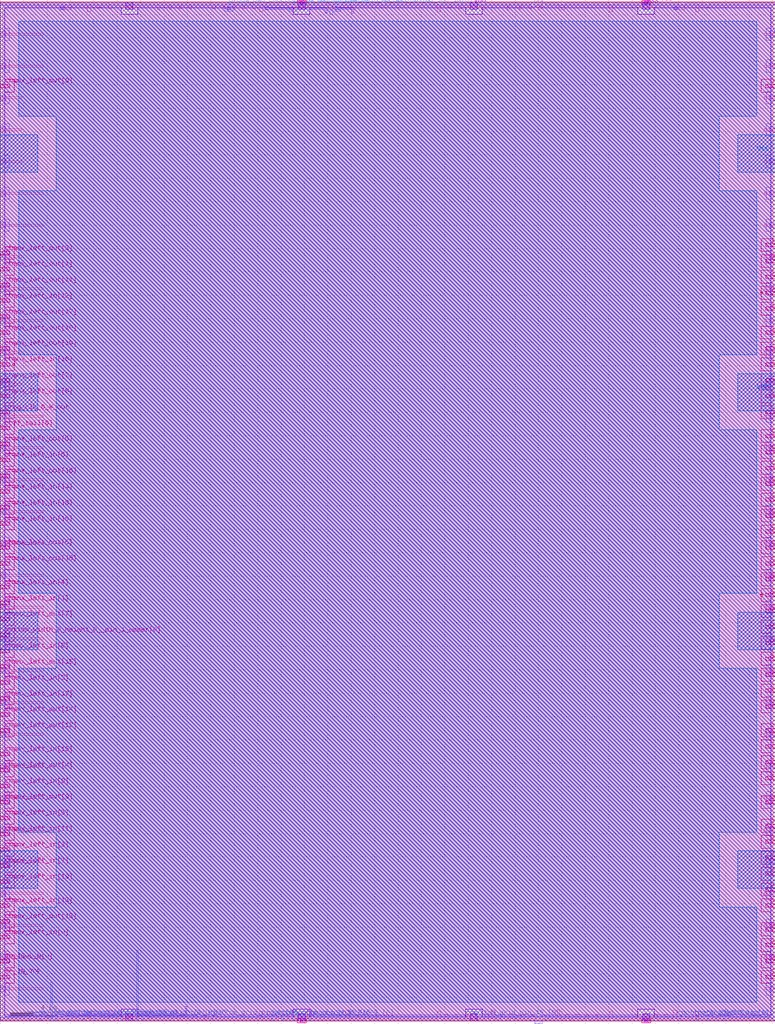
<source format=lef>
VERSION 5.7 ;
BUSBITCHARS "[]" ;

UNITS
  DATABASE MICRONS 1000 ;
END UNITS

MANUFACTURINGGRID 0.005 ;

LAYER li1
  TYPE ROUTING ;
  DIRECTION VERTICAL ;
  PITCH 0.46 ;
  WIDTH 0.17 ;
END li1

LAYER mcon
  TYPE CUT ;
END mcon

LAYER met1
  TYPE ROUTING ;
  DIRECTION HORIZONTAL ;
  PITCH 0.34 ;
  WIDTH 0.14 ;
END met1

LAYER via
  TYPE CUT ;
END via

LAYER met2
  TYPE ROUTING ;
  DIRECTION VERTICAL ;
  PITCH 0.46 ;
  WIDTH 0.14 ;
END met2

LAYER via2
  TYPE CUT ;
END via2

LAYER met3
  TYPE ROUTING ;
  DIRECTION HORIZONTAL ;
  PITCH 0.68 ;
  WIDTH 0.3 ;
END met3

LAYER via3
  TYPE CUT ;
END via3

LAYER met4
  TYPE ROUTING ;
  DIRECTION VERTICAL ;
  PITCH 0.92 ;
  WIDTH 0.3 ;
END met4

LAYER via4
  TYPE CUT ;
END via4

LAYER met5
  TYPE ROUTING ;
  DIRECTION HORIZONTAL ;
  PITCH 3.4 ;
  WIDTH 1.6 ;
END met5

LAYER nwell
  TYPE MASTERSLICE ;
END nwell

LAYER pwell
  TYPE MASTERSLICE ;
END pwell

LAYER OVERLAP
  TYPE OVERLAP ;
END OVERLAP

VIA L1M1_PR
  LAYER li1 ;
    RECT -0.085 -0.085 0.085 0.085 ;
  LAYER mcon ;
    RECT -0.085 -0.085 0.085 0.085 ;
  LAYER met1 ;
    RECT -0.145 -0.115 0.145 0.115 ;
END L1M1_PR

VIA L1M1_PR_R
  LAYER li1 ;
    RECT -0.085 -0.085 0.085 0.085 ;
  LAYER mcon ;
    RECT -0.085 -0.085 0.085 0.085 ;
  LAYER met1 ;
    RECT -0.115 -0.145 0.115 0.145 ;
END L1M1_PR_R

VIA L1M1_PR_M
  LAYER li1 ;
    RECT -0.085 -0.085 0.085 0.085 ;
  LAYER mcon ;
    RECT -0.085 -0.085 0.085 0.085 ;
  LAYER met1 ;
    RECT -0.115 -0.145 0.115 0.145 ;
END L1M1_PR_M

VIA L1M1_PR_MR
  LAYER li1 ;
    RECT -0.085 -0.085 0.085 0.085 ;
  LAYER mcon ;
    RECT -0.085 -0.085 0.085 0.085 ;
  LAYER met1 ;
    RECT -0.145 -0.115 0.145 0.115 ;
END L1M1_PR_MR

VIA L1M1_PR_C
  LAYER li1 ;
    RECT -0.085 -0.085 0.085 0.085 ;
  LAYER mcon ;
    RECT -0.085 -0.085 0.085 0.085 ;
  LAYER met1 ;
    RECT -0.145 -0.145 0.145 0.145 ;
END L1M1_PR_C

VIA M1M2_PR
  LAYER met1 ;
    RECT -0.16 -0.13 0.16 0.13 ;
  LAYER via ;
    RECT -0.075 -0.075 0.075 0.075 ;
  LAYER met2 ;
    RECT -0.13 -0.16 0.13 0.16 ;
END M1M2_PR

VIA M1M2_PR_Enc
  LAYER met1 ;
    RECT -0.16 -0.13 0.16 0.13 ;
  LAYER via ;
    RECT -0.075 -0.075 0.075 0.075 ;
  LAYER met2 ;
    RECT -0.16 -0.13 0.16 0.13 ;
END M1M2_PR_Enc

VIA M1M2_PR_R
  LAYER met1 ;
    RECT -0.13 -0.16 0.13 0.16 ;
  LAYER via ;
    RECT -0.075 -0.075 0.075 0.075 ;
  LAYER met2 ;
    RECT -0.16 -0.13 0.16 0.13 ;
END M1M2_PR_R

VIA M1M2_PR_R_Enc
  LAYER met1 ;
    RECT -0.13 -0.16 0.13 0.16 ;
  LAYER via ;
    RECT -0.075 -0.075 0.075 0.075 ;
  LAYER met2 ;
    RECT -0.13 -0.16 0.13 0.16 ;
END M1M2_PR_R_Enc

VIA M1M2_PR_M
  LAYER met1 ;
    RECT -0.16 -0.13 0.16 0.13 ;
  LAYER via ;
    RECT -0.075 -0.075 0.075 0.075 ;
  LAYER met2 ;
    RECT -0.16 -0.13 0.16 0.13 ;
END M1M2_PR_M

VIA M1M2_PR_M_Enc
  LAYER met1 ;
    RECT -0.16 -0.13 0.16 0.13 ;
  LAYER via ;
    RECT -0.075 -0.075 0.075 0.075 ;
  LAYER met2 ;
    RECT -0.13 -0.16 0.13 0.16 ;
END M1M2_PR_M_Enc

VIA M1M2_PR_MR
  LAYER met1 ;
    RECT -0.13 -0.16 0.13 0.16 ;
  LAYER via ;
    RECT -0.075 -0.075 0.075 0.075 ;
  LAYER met2 ;
    RECT -0.13 -0.16 0.13 0.16 ;
END M1M2_PR_MR

VIA M1M2_PR_MR_Enc
  LAYER met1 ;
    RECT -0.13 -0.16 0.13 0.16 ;
  LAYER via ;
    RECT -0.075 -0.075 0.075 0.075 ;
  LAYER met2 ;
    RECT -0.16 -0.13 0.16 0.13 ;
END M1M2_PR_MR_Enc

VIA M1M2_PR_C
  LAYER met1 ;
    RECT -0.16 -0.16 0.16 0.16 ;
  LAYER via ;
    RECT -0.075 -0.075 0.075 0.075 ;
  LAYER met2 ;
    RECT -0.16 -0.16 0.16 0.16 ;
END M1M2_PR_C

VIA M2M3_PR
  LAYER met2 ;
    RECT -0.14 -0.185 0.14 0.185 ;
  LAYER via2 ;
    RECT -0.1 -0.1 0.1 0.1 ;
  LAYER met3 ;
    RECT -0.165 -0.165 0.165 0.165 ;
END M2M3_PR

VIA M2M3_PR_R
  LAYER met2 ;
    RECT -0.185 -0.14 0.185 0.14 ;
  LAYER via2 ;
    RECT -0.1 -0.1 0.1 0.1 ;
  LAYER met3 ;
    RECT -0.165 -0.165 0.165 0.165 ;
END M2M3_PR_R

VIA M2M3_PR_M
  LAYER met2 ;
    RECT -0.14 -0.185 0.14 0.185 ;
  LAYER via2 ;
    RECT -0.1 -0.1 0.1 0.1 ;
  LAYER met3 ;
    RECT -0.165 -0.165 0.165 0.165 ;
END M2M3_PR_M

VIA M2M3_PR_MR
  LAYER met2 ;
    RECT -0.185 -0.14 0.185 0.14 ;
  LAYER via2 ;
    RECT -0.1 -0.1 0.1 0.1 ;
  LAYER met3 ;
    RECT -0.165 -0.165 0.165 0.165 ;
END M2M3_PR_MR

VIA M2M3_PR_C
  LAYER met2 ;
    RECT -0.185 -0.185 0.185 0.185 ;
  LAYER via2 ;
    RECT -0.1 -0.1 0.1 0.1 ;
  LAYER met3 ;
    RECT -0.165 -0.165 0.165 0.165 ;
END M2M3_PR_C

VIA M3M4_PR
  LAYER met3 ;
    RECT -0.19 -0.16 0.19 0.16 ;
  LAYER via3 ;
    RECT -0.1 -0.1 0.1 0.1 ;
  LAYER met4 ;
    RECT -0.165 -0.165 0.165 0.165 ;
END M3M4_PR

VIA M3M4_PR_R
  LAYER met3 ;
    RECT -0.16 -0.19 0.16 0.19 ;
  LAYER via3 ;
    RECT -0.1 -0.1 0.1 0.1 ;
  LAYER met4 ;
    RECT -0.165 -0.165 0.165 0.165 ;
END M3M4_PR_R

VIA M3M4_PR_M
  LAYER met3 ;
    RECT -0.19 -0.16 0.19 0.16 ;
  LAYER via3 ;
    RECT -0.1 -0.1 0.1 0.1 ;
  LAYER met4 ;
    RECT -0.165 -0.165 0.165 0.165 ;
END M3M4_PR_M

VIA M3M4_PR_MR
  LAYER met3 ;
    RECT -0.16 -0.19 0.16 0.19 ;
  LAYER via3 ;
    RECT -0.1 -0.1 0.1 0.1 ;
  LAYER met4 ;
    RECT -0.165 -0.165 0.165 0.165 ;
END M3M4_PR_MR

VIA M3M4_PR_C
  LAYER met3 ;
    RECT -0.19 -0.19 0.19 0.19 ;
  LAYER via3 ;
    RECT -0.1 -0.1 0.1 0.1 ;
  LAYER met4 ;
    RECT -0.165 -0.165 0.165 0.165 ;
END M3M4_PR_C

VIA M4M5_PR
  LAYER met4 ;
    RECT -0.59 -0.59 0.59 0.59 ;
  LAYER via4 ;
    RECT -0.4 -0.4 0.4 0.4 ;
  LAYER met5 ;
    RECT -0.71 -0.71 0.71 0.71 ;
END M4M5_PR

VIA M4M5_PR_R
  LAYER met4 ;
    RECT -0.59 -0.59 0.59 0.59 ;
  LAYER via4 ;
    RECT -0.4 -0.4 0.4 0.4 ;
  LAYER met5 ;
    RECT -0.71 -0.71 0.71 0.71 ;
END M4M5_PR_R

VIA M4M5_PR_M
  LAYER met4 ;
    RECT -0.59 -0.59 0.59 0.59 ;
  LAYER via4 ;
    RECT -0.4 -0.4 0.4 0.4 ;
  LAYER met5 ;
    RECT -0.71 -0.71 0.71 0.71 ;
END M4M5_PR_M

VIA M4M5_PR_MR
  LAYER met4 ;
    RECT -0.59 -0.59 0.59 0.59 ;
  LAYER via4 ;
    RECT -0.4 -0.4 0.4 0.4 ;
  LAYER met5 ;
    RECT -0.71 -0.71 0.71 0.71 ;
END M4M5_PR_MR

VIA M4M5_PR_C
  LAYER met4 ;
    RECT -0.59 -0.59 0.59 0.59 ;
  LAYER via4 ;
    RECT -0.4 -0.4 0.4 0.4 ;
  LAYER met5 ;
    RECT -0.71 -0.71 0.71 0.71 ;
END M4M5_PR_C

SITE unit
  CLASS CORE ;
  SYMMETRY Y ;
  SIZE 0.46 BY 2.72 ;
END unit

SITE unithddbl
  CLASS CORE ;
  SIZE 0.46 BY 5.44 ;
END unithddbl

MACRO cbx_1__2_
  CLASS BLOCK ;
  ORIGIN 0 0 ;
  SIZE 66.24 BY 87.04 ;
  SYMMETRY X Y ;
  PIN chanx_left_in[0]
    DIRECTION INPUT ;
    USE SIGNAL ;
    PORT
      LAYER met3 ;
        RECT 0 6.99 0.8 7.29 ;
    END
  END chanx_left_in[0]
  PIN chanx_left_in[1]
    DIRECTION INPUT ;
    USE SIGNAL ;
    PORT
      LAYER met3 ;
        RECT 0 35.55 0.8 35.85 ;
    END
  END chanx_left_in[1]
  PIN chanx_left_in[2]
    DIRECTION INPUT ;
    USE SIGNAL ;
    PORT
      LAYER met3 ;
        RECT 0 28.75 0.8 29.05 ;
    END
  END chanx_left_in[2]
  PIN chanx_left_in[3]
    DIRECTION INPUT ;
    USE SIGNAL ;
    PORT
      LAYER met3 ;
        RECT 0 14.47 0.8 14.77 ;
    END
  END chanx_left_in[3]
  PIN chanx_left_in[4]
    DIRECTION INPUT ;
    USE SIGNAL ;
    PORT
      LAYER met3 ;
        RECT 0 36.91 0.8 37.21 ;
    END
  END chanx_left_in[4]
  PIN chanx_left_in[5]
    DIRECTION INPUT ;
    USE SIGNAL ;
    PORT
      LAYER met3 ;
        RECT 0 17.19 0.8 17.49 ;
    END
  END chanx_left_in[5]
  PIN chanx_left_in[6]
    DIRECTION INPUT ;
    USE SIGNAL ;
    PORT
      LAYER met3 ;
        RECT 0 47.79 0.8 48.09 ;
    END
  END chanx_left_in[6]
  PIN chanx_left_in[7]
    DIRECTION INPUT ;
    USE SIGNAL ;
    PORT
      LAYER met3 ;
        RECT 0 13.11 0.8 13.41 ;
    END
  END chanx_left_in[7]
  PIN chanx_left_in[8]
    DIRECTION INPUT ;
    USE SIGNAL ;
    PORT
      LAYER met3 ;
        RECT 0 31.47 0.8 31.77 ;
    END
  END chanx_left_in[8]
  PIN chanx_left_in[9]
    DIRECTION INPUT ;
    USE SIGNAL ;
    PORT
      LAYER met3 ;
        RECT 0 19.91 0.8 20.21 ;
    END
  END chanx_left_in[9]
  PIN chanx_left_in[10]
    DIRECTION INPUT ;
    USE SIGNAL ;
    PORT
      LAYER met3 ;
        RECT 0 42.35 0.8 42.65 ;
    END
  END chanx_left_in[10]
  PIN chanx_left_in[11]
    DIRECTION INPUT ;
    USE SIGNAL ;
    PORT
      LAYER met3 ;
        RECT 0 15.83 0.8 16.13 ;
    END
  END chanx_left_in[11]
  PIN chanx_left_in[12]
    DIRECTION INPUT ;
    USE SIGNAL ;
    PORT
      LAYER met3 ;
        RECT 0 61.39 0.8 61.69 ;
    END
  END chanx_left_in[12]
  PIN chanx_left_in[13]
    DIRECTION INPUT ;
    USE SIGNAL ;
    PORT
      LAYER met3 ;
        RECT 0 9.71 0.8 10.01 ;
    END
  END chanx_left_in[13]
  PIN chanx_left_in[14]
    DIRECTION INPUT ;
    USE SIGNAL ;
    PORT
      LAYER met3 ;
        RECT 0 45.07 0.8 45.37 ;
    END
  END chanx_left_in[14]
  PIN chanx_left_in[15]
    DIRECTION INPUT ;
    USE SIGNAL ;
    PORT
      LAYER met3 ;
        RECT 0 22.63 0.8 22.93 ;
    END
  END chanx_left_in[15]
  PIN chanx_left_in[16]
    DIRECTION INPUT ;
    USE SIGNAL ;
    PORT
      LAYER met3 ;
        RECT 0 55.95 0.8 56.25 ;
    END
  END chanx_left_in[16]
  PIN chanx_left_in[17]
    DIRECTION INPUT ;
    USE SIGNAL ;
    PORT
      LAYER met3 ;
        RECT 0 27.39 0.8 27.69 ;
    END
  END chanx_left_in[17]
  PIN chanx_left_in[18]
    DIRECTION INPUT ;
    USE SIGNAL ;
    PORT
      LAYER met3 ;
        RECT 0 43.71 0.8 44.01 ;
    END
  END chanx_left_in[18]
  PIN chanx_left_in[19]
    DIRECTION INPUT ;
    USE SIGNAL ;
    PORT
      LAYER met3 ;
        RECT 0 11.75 0.8 12.05 ;
    END
  END chanx_left_in[19]
  PIN chanx_right_in[0]
    DIRECTION INPUT ;
    USE SIGNAL ;
    PORT
      LAYER met3 ;
        RECT 65.44 62.07 66.24 62.37 ;
    END
  END chanx_right_in[0]
  PIN chanx_right_in[1]
    DIRECTION INPUT ;
    USE SIGNAL ;
    PORT
      LAYER met3 ;
        RECT 65.44 60.71 66.24 61.01 ;
    END
  END chanx_right_in[1]
  PIN chanx_right_in[2]
    DIRECTION INPUT ;
    USE SIGNAL ;
    PORT
      LAYER met3 ;
        RECT 65.44 79.75 66.24 80.05 ;
    END
  END chanx_right_in[2]
  PIN chanx_right_in[3]
    DIRECTION INPUT ;
    USE SIGNAL ;
    PORT
      LAYER met3 ;
        RECT 65.44 58.67 66.24 58.97 ;
    END
  END chanx_right_in[3]
  PIN chanx_right_in[4]
    DIRECTION INPUT ;
    USE SIGNAL ;
    PORT
      LAYER met3 ;
        RECT 65.44 30.79 66.24 31.09 ;
    END
  END chanx_right_in[4]
  PIN chanx_right_in[5]
    DIRECTION INPUT ;
    USE SIGNAL ;
    PORT
      LAYER met3 ;
        RECT 65.44 18.55 66.24 18.85 ;
    END
  END chanx_right_in[5]
  PIN chanx_right_in[6]
    DIRECTION INPUT ;
    USE SIGNAL ;
    PORT
      LAYER met3 ;
        RECT 65.44 40.31 66.24 40.61 ;
    END
  END chanx_right_in[6]
  PIN chanx_right_in[7]
    DIRECTION INPUT ;
    USE SIGNAL ;
    PORT
      LAYER met3 ;
        RECT 65.44 15.15 66.24 15.45 ;
    END
  END chanx_right_in[7]
  PIN chanx_right_in[8]
    DIRECTION INPUT ;
    USE SIGNAL ;
    PORT
      LAYER met3 ;
        RECT 65.44 20.59 66.24 20.89 ;
    END
  END chanx_right_in[8]
  PIN chanx_right_in[9]
    DIRECTION INPUT ;
    USE SIGNAL ;
    PORT
      LAYER met3 ;
        RECT 65.44 23.31 66.24 23.61 ;
    END
  END chanx_right_in[9]
  PIN chanx_right_in[10]
    DIRECTION INPUT ;
    USE SIGNAL ;
    PORT
      LAYER met3 ;
        RECT 65.44 33.51 66.24 33.81 ;
    END
  END chanx_right_in[10]
  PIN chanx_right_in[11]
    DIRECTION INPUT ;
    USE SIGNAL ;
    PORT
      LAYER met3 ;
        RECT 65.44 11.07 66.24 11.37 ;
    END
  END chanx_right_in[11]
  PIN chanx_right_in[12]
    DIRECTION INPUT ;
    USE SIGNAL ;
    PORT
      LAYER met3 ;
        RECT 65.44 28.07 66.24 28.37 ;
    END
  END chanx_right_in[12]
  PIN chanx_right_in[13]
    DIRECTION INPUT ;
    USE SIGNAL ;
    PORT
      LAYER met3 ;
        RECT 65.44 4.95 66.24 5.25 ;
    END
  END chanx_right_in[13]
  PIN chanx_right_in[14]
    DIRECTION INPUT ;
    USE SIGNAL ;
    PORT
      LAYER met3 ;
        RECT 65.44 43.03 66.24 43.33 ;
    END
  END chanx_right_in[14]
  PIN chanx_right_in[15]
    DIRECTION INPUT ;
    USE SIGNAL ;
    PORT
      LAYER met3 ;
        RECT 65.44 13.79 66.24 14.09 ;
    END
  END chanx_right_in[15]
  PIN chanx_right_in[16]
    DIRECTION INPUT ;
    USE SIGNAL ;
    PORT
      LAYER met3 ;
        RECT 65.44 6.31 66.24 6.61 ;
    END
  END chanx_right_in[16]
  PIN chanx_right_in[17]
    DIRECTION INPUT ;
    USE SIGNAL ;
    PORT
      LAYER met3 ;
        RECT 65.44 7.67 66.24 7.97 ;
    END
  END chanx_right_in[17]
  PIN chanx_right_in[18]
    DIRECTION INPUT ;
    USE SIGNAL ;
    PORT
      LAYER met3 ;
        RECT 65.44 51.87 66.24 52.17 ;
    END
  END chanx_right_in[18]
  PIN chanx_right_in[19]
    DIRECTION INPUT ;
    USE SIGNAL ;
    PORT
      LAYER met3 ;
        RECT 65.44 24.67 66.24 24.97 ;
    END
  END chanx_right_in[19]
  PIN ccff_head[0]
    DIRECTION INPUT ;
    USE SIGNAL ;
    PORT
      LAYER met3 ;
        RECT 65.44 32.15 66.24 32.45 ;
    END
  END ccff_head[0]
  PIN chanx_left_out[0]
    DIRECTION OUTPUT ;
    USE SIGNAL ;
    PORT
      LAYER met3 ;
        RECT 0 79.75 0.8 80.05 ;
    END
  END chanx_left_out[0]
  PIN chanx_left_out[1]
    DIRECTION OUTPUT ;
    USE SIGNAL ;
    PORT
      LAYER met3 ;
        RECT 0 64.11 0.8 64.41 ;
    END
  END chanx_left_out[1]
  PIN chanx_left_out[2]
    DIRECTION OUTPUT ;
    USE SIGNAL ;
    PORT
      LAYER met3 ;
        RECT 0 54.59 0.8 54.89 ;
    END
  END chanx_left_out[2]
  PIN chanx_left_out[3]
    DIRECTION OUTPUT ;
    USE SIGNAL ;
    PORT
      LAYER met3 ;
        RECT 0 65.47 0.8 65.77 ;
    END
  END chanx_left_out[3]
  PIN chanx_left_out[4]
    DIRECTION OUTPUT ;
    USE SIGNAL ;
    PORT
      LAYER met3 ;
        RECT 0 21.27 0.8 21.57 ;
    END
  END chanx_left_out[4]
  PIN chanx_left_out[5]
    DIRECTION OUTPUT ;
    USE SIGNAL ;
    PORT
      LAYER met3 ;
        RECT 0 49.15 0.8 49.45 ;
    END
  END chanx_left_out[5]
  PIN chanx_left_out[6]
    DIRECTION OUTPUT ;
    USE SIGNAL ;
    PORT
      LAYER met3 ;
        RECT 0 40.31 0.8 40.61 ;
    END
  END chanx_left_out[6]
  PIN chanx_left_out[7]
    DIRECTION OUTPUT ;
    USE SIGNAL ;
    PORT
      LAYER met3 ;
        RECT 0 34.19 0.8 34.49 ;
    END
  END chanx_left_out[7]
  PIN chanx_left_out[8]
    DIRECTION OUTPUT ;
    USE SIGNAL ;
    PORT
      LAYER met3 ;
        RECT 0 53.23 0.8 53.53 ;
    END
  END chanx_left_out[8]
  PIN chanx_left_out[9]
    DIRECTION OUTPUT ;
    USE SIGNAL ;
    PORT
      LAYER met3 ;
        RECT 0 18.55 0.8 18.85 ;
    END
  END chanx_left_out[9]
  PIN chanx_left_out[10]
    DIRECTION OUTPUT ;
    USE SIGNAL ;
    PORT
      LAYER met3 ;
        RECT 0 58.67 0.8 58.97 ;
    END
  END chanx_left_out[10]
  PIN chanx_left_out[11]
    DIRECTION OUTPUT ;
    USE SIGNAL ;
    PORT
      LAYER met3 ;
        RECT 0 62.75 0.8 63.05 ;
    END
  END chanx_left_out[11]
  PIN chanx_left_out[12]
    DIRECTION OUTPUT ;
    USE SIGNAL ;
    PORT
      LAYER met3 ;
        RECT 0 24.67 0.8 24.97 ;
    END
  END chanx_left_out[12]
  PIN chanx_left_out[13]
    DIRECTION OUTPUT ;
    USE SIGNAL ;
    PORT
      LAYER met3 ;
        RECT 0 8.35 0.8 8.65 ;
    END
  END chanx_left_out[13]
  PIN chanx_left_out[14]
    DIRECTION OUTPUT ;
    USE SIGNAL ;
    PORT
      LAYER met3 ;
        RECT 0 26.03 0.8 26.33 ;
    END
  END chanx_left_out[14]
  PIN chanx_left_out[15]
    DIRECTION OUTPUT ;
    USE SIGNAL ;
    PORT
      LAYER met3 ;
        RECT 0 30.11 0.8 30.41 ;
    END
  END chanx_left_out[15]
  PIN chanx_left_out[16]
    DIRECTION OUTPUT ;
    USE SIGNAL ;
    PORT
      LAYER met3 ;
        RECT 0 46.43 0.8 46.73 ;
    END
  END chanx_left_out[16]
  PIN chanx_left_out[17]
    DIRECTION OUTPUT ;
    USE SIGNAL ;
    PORT
      LAYER met3 ;
        RECT 0 60.03 0.8 60.33 ;
    END
  END chanx_left_out[17]
  PIN chanx_left_out[18]
    DIRECTION OUTPUT ;
    USE SIGNAL ;
    PORT
      LAYER met3 ;
        RECT 0 38.95 0.8 39.25 ;
    END
  END chanx_left_out[18]
  PIN chanx_left_out[19]
    DIRECTION OUTPUT ;
    USE SIGNAL ;
    PORT
      LAYER met3 ;
        RECT 0 57.31 0.8 57.61 ;
    END
  END chanx_left_out[19]
  PIN chanx_right_out[0]
    DIRECTION OUTPUT ;
    USE SIGNAL ;
    PORT
      LAYER met3 ;
        RECT 65.44 55.95 66.24 56.25 ;
    END
  END chanx_right_out[0]
  PIN chanx_right_out[1]
    DIRECTION OUTPUT ;
    USE SIGNAL ;
    PORT
      LAYER met3 ;
        RECT 65.44 41.67 66.24 41.97 ;
    END
  END chanx_right_out[1]
  PIN chanx_right_out[2]
    DIRECTION OUTPUT ;
    USE SIGNAL ;
    PORT
      LAYER met3 ;
        RECT 65.44 49.83 66.24 50.13 ;
    END
  END chanx_right_out[2]
  PIN chanx_right_out[3]
    DIRECTION OUTPUT ;
    USE SIGNAL ;
    PORT
      LAYER met3 ;
        RECT 65.44 34.87 66.24 35.17 ;
    END
  END chanx_right_out[3]
  PIN chanx_right_out[4]
    DIRECTION OUTPUT ;
    USE SIGNAL ;
    PORT
      LAYER met3 ;
        RECT 65.44 37.59 66.24 37.89 ;
    END
  END chanx_right_out[4]
  PIN chanx_right_out[5]
    DIRECTION OUTPUT ;
    USE SIGNAL ;
    PORT
      LAYER met3 ;
        RECT 65.44 45.75 66.24 46.05 ;
    END
  END chanx_right_out[5]
  PIN chanx_right_out[6]
    DIRECTION OUTPUT ;
    USE SIGNAL ;
    PORT
      LAYER met3 ;
        RECT 65.44 57.31 66.24 57.61 ;
    END
  END chanx_right_out[6]
  PIN chanx_right_out[7]
    DIRECTION OUTPUT ;
    USE SIGNAL ;
    PORT
      LAYER met3 ;
        RECT 65.44 54.59 66.24 54.89 ;
    END
  END chanx_right_out[7]
  PIN chanx_right_out[8]
    DIRECTION OUTPUT ;
    USE SIGNAL ;
    PORT
      LAYER met3 ;
        RECT 65.44 38.95 66.24 39.25 ;
    END
  END chanx_right_out[8]
  PIN chanx_right_out[9]
    DIRECTION OUTPUT ;
    USE SIGNAL ;
    PORT
      LAYER met3 ;
        RECT 65.44 48.47 66.24 48.77 ;
    END
  END chanx_right_out[9]
  PIN chanx_right_out[10]
    DIRECTION OUTPUT ;
    USE SIGNAL ;
    PORT
      LAYER met3 ;
        RECT 65.44 53.23 66.24 53.53 ;
    END
  END chanx_right_out[10]
  PIN chanx_right_out[11]
    DIRECTION OUTPUT ;
    USE SIGNAL ;
    PORT
      LAYER met3 ;
        RECT 65.44 36.23 66.24 36.53 ;
    END
  END chanx_right_out[11]
  PIN chanx_right_out[12]
    DIRECTION OUTPUT ;
    USE SIGNAL ;
    PORT
      LAYER met3 ;
        RECT 65.44 44.39 66.24 44.69 ;
    END
  END chanx_right_out[12]
  PIN chanx_right_out[13]
    DIRECTION OUTPUT ;
    USE SIGNAL ;
    PORT
      LAYER met3 ;
        RECT 65.44 12.43 66.24 12.73 ;
    END
  END chanx_right_out[13]
  PIN chanx_right_out[14]
    DIRECTION OUTPUT ;
    USE SIGNAL ;
    PORT
      LAYER met3 ;
        RECT 65.44 47.11 66.24 47.41 ;
    END
  END chanx_right_out[14]
  PIN chanx_right_out[15]
    DIRECTION OUTPUT ;
    USE SIGNAL ;
    PORT
      LAYER met3 ;
        RECT 65.44 29.43 66.24 29.73 ;
    END
  END chanx_right_out[15]
  PIN chanx_right_out[16]
    DIRECTION OUTPUT ;
    USE SIGNAL ;
    PORT
      LAYER met3 ;
        RECT 65.44 26.71 66.24 27.01 ;
    END
  END chanx_right_out[16]
  PIN chanx_right_out[17]
    DIRECTION OUTPUT ;
    USE SIGNAL ;
    PORT
      LAYER met3 ;
        RECT 65.44 16.51 66.24 16.81 ;
    END
  END chanx_right_out[17]
  PIN chanx_right_out[18]
    DIRECTION OUTPUT ;
    USE SIGNAL ;
    PORT
      LAYER met3 ;
        RECT 65.44 63.43 66.24 63.73 ;
    END
  END chanx_right_out[18]
  PIN chanx_right_out[19]
    DIRECTION OUTPUT ;
    USE SIGNAL ;
    PORT
      LAYER met3 ;
        RECT 65.44 21.95 66.24 22.25 ;
    END
  END chanx_right_out[19]
  PIN top_grid_pin_0_[0]
    DIRECTION OUTPUT ;
    USE SIGNAL ;
    PORT
      LAYER met3 ;
        RECT 65.44 66.15 66.24 66.45 ;
    END
  END top_grid_pin_0_[0]
  PIN bottom_grid_pin_0_[0]
    DIRECTION OUTPUT ;
    USE SIGNAL ;
    PORT
      LAYER met2 ;
        RECT 18.1 0 18.24 0.485 ;
    END
  END bottom_grid_pin_0_[0]
  PIN bottom_grid_pin_1_[0]
    DIRECTION OUTPUT ;
    USE SIGNAL ;
    PORT
      LAYER met2 ;
        RECT 12.12 0 12.26 0.485 ;
    END
  END bottom_grid_pin_1_[0]
  PIN bottom_grid_pin_2_[0]
    DIRECTION OUTPUT ;
    USE SIGNAL ;
    PORT
      LAYER met2 ;
        RECT 11.2 0 11.34 0.485 ;
    END
  END bottom_grid_pin_2_[0]
  PIN bottom_grid_pin_3_[0]
    DIRECTION OUTPUT ;
    USE SIGNAL ;
    PORT
      LAYER met2 ;
        RECT 5.68 0 5.82 0.485 ;
    END
  END bottom_grid_pin_3_[0]
  PIN bottom_grid_pin_4_[0]
    DIRECTION OUTPUT ;
    USE SIGNAL ;
    PORT
      LAYER met2 ;
        RECT 7.06 0 7.2 0.485 ;
    END
  END bottom_grid_pin_4_[0]
  PIN bottom_grid_pin_5_[0]
    DIRECTION OUTPUT ;
    USE SIGNAL ;
    PORT
      LAYER met2 ;
        RECT 7.98 0 8.12 0.485 ;
    END
  END bottom_grid_pin_5_[0]
  PIN bottom_grid_pin_6_[0]
    DIRECTION OUTPUT ;
    USE SIGNAL ;
    PORT
      LAYER met2 ;
        RECT 3.38 0 3.52 0.485 ;
    END
  END bottom_grid_pin_6_[0]
  PIN bottom_grid_pin_7_[0]
    DIRECTION OUTPUT ;
    USE SIGNAL ;
    PORT
      LAYER met2 ;
        RECT 10.28 0 10.42 0.485 ;
    END
  END bottom_grid_pin_7_[0]
  PIN bottom_grid_pin_8_[0]
    DIRECTION OUTPUT ;
    USE SIGNAL ;
    PORT
      LAYER met2 ;
        RECT 25 0 25.14 0.485 ;
    END
  END bottom_grid_pin_8_[0]
  PIN bottom_grid_pin_9_[0]
    DIRECTION OUTPUT ;
    USE SIGNAL ;
    PORT
      LAYER met2 ;
        RECT 26.38 0 26.52 0.485 ;
    END
  END bottom_grid_pin_9_[0]
  PIN bottom_grid_pin_10_[0]
    DIRECTION OUTPUT ;
    USE SIGNAL ;
    PORT
      LAYER met2 ;
        RECT 24.08 0 24.22 0.485 ;
    END
  END bottom_grid_pin_10_[0]
  PIN bottom_grid_pin_11_[0]
    DIRECTION OUTPUT ;
    USE SIGNAL ;
    PORT
      LAYER met2 ;
        RECT 23.16 0 23.3 0.485 ;
    END
  END bottom_grid_pin_11_[0]
  PIN bottom_grid_pin_12_[0]
    DIRECTION OUTPUT ;
    USE SIGNAL ;
    PORT
      LAYER met2 ;
        RECT 59.5 0 59.64 0.485 ;
    END
  END bottom_grid_pin_12_[0]
  PIN bottom_grid_pin_13_[0]
    DIRECTION OUTPUT ;
    USE SIGNAL ;
    PORT
      LAYER met2 ;
        RECT 61.8 0 61.94 0.485 ;
    END
  END bottom_grid_pin_13_[0]
  PIN bottom_grid_pin_14_[0]
    DIRECTION OUTPUT ;
    USE SIGNAL ;
    PORT
      LAYER met2 ;
        RECT 58.12 0 58.26 0.485 ;
    END
  END bottom_grid_pin_14_[0]
  PIN bottom_grid_pin_15_[0]
    DIRECTION OUTPUT ;
    USE SIGNAL ;
    PORT
      LAYER met2 ;
        RECT 40.18 0 40.32 0.485 ;
    END
  END bottom_grid_pin_15_[0]
  PIN ccff_tail[0]
    DIRECTION OUTPUT ;
    USE SIGNAL ;
    PORT
      LAYER met3 ;
        RECT 0 50.51 0.8 50.81 ;
    END
  END ccff_tail[0]
  PIN IO_ISOL_N[0]
    DIRECTION INPUT ;
    USE SIGNAL ;
    PORT
      LAYER met3 ;
        RECT 0 4.95 0.8 5.25 ;
    END
  END IO_ISOL_N[0]
  PIN gfpga_pad_EMBEDDED_IO_HD_SOC_IN[0]
    DIRECTION INPUT ;
    USE SIGNAL ;
    PORT
      LAYER met2 ;
        RECT 28.68 86.555 28.82 87.04 ;
    END
  END gfpga_pad_EMBEDDED_IO_HD_SOC_IN[0]
  PIN gfpga_pad_EMBEDDED_IO_HD_SOC_OUT[0]
    DIRECTION OUTPUT ;
    USE SIGNAL ;
    PORT
      LAYER met2 ;
        RECT 25 86.555 25.14 87.04 ;
    END
  END gfpga_pad_EMBEDDED_IO_HD_SOC_OUT[0]
  PIN gfpga_pad_EMBEDDED_IO_HD_SOC_DIR[0]
    DIRECTION OUTPUT ;
    USE SIGNAL ;
    PORT
      LAYER met2 ;
        RECT 19.48 86.555 19.62 87.04 ;
    END
  END gfpga_pad_EMBEDDED_IO_HD_SOC_DIR[0]
  PIN bottom_width_0_height_0__pin_0_[0]
    DIRECTION INPUT ;
    USE SIGNAL ;
    PORT
      LAYER met3 ;
        RECT 65.44 64.79 66.24 65.09 ;
    END
  END bottom_width_0_height_0__pin_0_[0]
  PIN bottom_width_0_height_0__pin_1_upper[0]
    DIRECTION OUTPUT ;
    USE SIGNAL ;
    PORT
      LAYER met3 ;
        RECT 0 32.83 0.8 33.13 ;
    END
  END bottom_width_0_height_0__pin_1_upper[0]
  PIN bottom_width_0_height_0__pin_1_lower[0]
    DIRECTION OUTPUT ;
    USE SIGNAL ;
    PORT
      LAYER met3 ;
        RECT 65.44 9.71 66.24 10.01 ;
    END
  END bottom_width_0_height_0__pin_1_lower[0]
  PIN SC_IN_TOP
    DIRECTION INPUT ;
    USE SIGNAL ;
    PORT
      LAYER met3 ;
        RECT 0 3.59 0.8 3.89 ;
    END
  END SC_IN_TOP
  PIN SC_OUT_BOT
    DIRECTION OUTPUT ;
    USE SIGNAL ;
    PORT
      LAYER met2 ;
        RECT 4.76 0 4.9 0.485 ;
    END
  END SC_OUT_BOT
  PIN SC_IN_BOT
    DIRECTION INPUT ;
    USE SIGNAL ;
    PORT
      LAYER met2 ;
        RECT 60.42 0 60.56 0.485 ;
    END
  END SC_IN_BOT
  PIN SC_OUT_TOP
    DIRECTION OUTPUT ;
    USE SIGNAL ;
    PORT
      LAYER met3 ;
        RECT 65.44 3.59 66.24 3.89 ;
    END
  END SC_OUT_TOP
  PIN prog_clk_0_S_in
    DIRECTION INPUT ;
    USE CLOCK ;
    PORT
      LAYER met2 ;
        RECT 2.46 0 2.6 0.485 ;
    END
  END prog_clk_0_S_in
  PIN prog_clk_0_W_out
    DIRECTION OUTPUT ;
    USE CLOCK ;
    PORT
      LAYER met3 ;
        RECT 0 51.87 0.8 52.17 ;
    END
  END prog_clk_0_W_out
  PIN VDD
    DIRECTION INPUT ;
    USE POWER ;
    PORT
      LAYER met1 ;
        RECT 0 2.48 0.48 2.96 ;
        RECT 65.76 2.48 66.24 2.96 ;
        RECT 0 7.92 0.48 8.4 ;
        RECT 65.76 7.92 66.24 8.4 ;
        RECT 0 13.36 0.48 13.84 ;
        RECT 65.76 13.36 66.24 13.84 ;
        RECT 0 18.8 0.48 19.28 ;
        RECT 65.76 18.8 66.24 19.28 ;
        RECT 0 24.24 0.48 24.72 ;
        RECT 65.76 24.24 66.24 24.72 ;
        RECT 0 29.68 0.48 30.16 ;
        RECT 65.76 29.68 66.24 30.16 ;
        RECT 0 35.12 0.48 35.6 ;
        RECT 65.76 35.12 66.24 35.6 ;
        RECT 0 40.56 0.48 41.04 ;
        RECT 65.76 40.56 66.24 41.04 ;
        RECT 0 46 0.48 46.48 ;
        RECT 65.76 46 66.24 46.48 ;
        RECT 0 51.44 0.48 51.92 ;
        RECT 65.76 51.44 66.24 51.92 ;
        RECT 0 56.88 0.48 57.36 ;
        RECT 65.76 56.88 66.24 57.36 ;
        RECT 0 62.32 0.48 62.8 ;
        RECT 65.76 62.32 66.24 62.8 ;
        RECT 0 67.76 0.48 68.24 ;
        RECT 65.76 67.76 66.24 68.24 ;
        RECT 0 73.2 0.48 73.68 ;
        RECT 65.76 73.2 66.24 73.68 ;
        RECT 0 78.64 0.48 79.12 ;
        RECT 65.76 78.64 66.24 79.12 ;
        RECT 0 84.08 0.48 84.56 ;
        RECT 65.76 84.08 66.24 84.56 ;
      LAYER met5 ;
        RECT 0 11.32 3.2 14.52 ;
        RECT 63.04 11.32 66.24 14.52 ;
        RECT 0 52.12 3.2 55.32 ;
        RECT 63.04 52.12 66.24 55.32 ;
      LAYER met4 ;
        RECT 10.74 0 11.34 0.6 ;
        RECT 40.18 0 40.78 0.6 ;
        RECT 10.74 86.44 11.34 87.04 ;
        RECT 40.18 86.44 40.78 87.04 ;
    END
  END VDD
  PIN VSS
    DIRECTION INPUT ;
    USE GROUND ;
    PORT
      LAYER met1 ;
        RECT 0 0 45.4 0.24 ;
        RECT 46.6 0 66.24 0.24 ;
        RECT 0 5.2 0.48 5.68 ;
        RECT 65.76 5.2 66.24 5.68 ;
        RECT 0 10.64 0.48 11.12 ;
        RECT 65.76 10.64 66.24 11.12 ;
        RECT 0 16.08 0.48 16.56 ;
        RECT 65.76 16.08 66.24 16.56 ;
        RECT 0 21.52 0.48 22 ;
        RECT 65.76 21.52 66.24 22 ;
        RECT 0 26.96 0.48 27.44 ;
        RECT 65.76 26.96 66.24 27.44 ;
        RECT 0 32.4 0.48 32.88 ;
        RECT 65.76 32.4 66.24 32.88 ;
        RECT 0 37.84 0.48 38.32 ;
        RECT 65.76 37.84 66.24 38.32 ;
        RECT 0 43.28 0.48 43.76 ;
        RECT 65.76 43.28 66.24 43.76 ;
        RECT 0 48.72 0.48 49.2 ;
        RECT 65.76 48.72 66.24 49.2 ;
        RECT 0 54.16 0.48 54.64 ;
        RECT 65.76 54.16 66.24 54.64 ;
        RECT 0 59.6 0.48 60.08 ;
        RECT 65.76 59.6 66.24 60.08 ;
        RECT 0 65.04 0.48 65.52 ;
        RECT 65.76 65.04 66.24 65.52 ;
        RECT 0 70.48 0.48 70.96 ;
        RECT 65.76 70.48 66.24 70.96 ;
        RECT 0 75.92 0.48 76.4 ;
        RECT 65.76 75.92 66.24 76.4 ;
        RECT 0 81.36 0.48 81.84 ;
        RECT 65.76 81.36 66.24 81.84 ;
        RECT 0 86.8 45.4 87.04 ;
        RECT 46.6 86.8 66.24 87.04 ;
      LAYER met5 ;
        RECT 0 31.72 3.2 34.92 ;
        RECT 63.04 31.72 66.24 34.92 ;
        RECT 0 72.52 3.2 75.72 ;
        RECT 63.04 72.52 66.24 75.72 ;
      LAYER met4 ;
        RECT 25.46 0 26.06 0.6 ;
        RECT 54.9 0 55.5 0.6 ;
        RECT 25.46 86.44 26.06 87.04 ;
        RECT 54.9 86.44 55.5 87.04 ;
    END
  END VSS
  OBS
    LAYER met3 ;
      POLYGON 55.365 87.205 55.365 87.2 55.58 87.2 55.58 86.88 55.365 86.88 55.365 86.875 55.035 86.875 55.035 86.88 54.82 86.88 54.82 87.2 55.035 87.2 55.035 87.205 ;
      POLYGON 25.925 87.205 25.925 87.2 26.14 87.2 26.14 86.88 25.925 86.88 25.925 86.875 25.595 86.875 25.595 86.88 25.38 86.88 25.38 87.2 25.595 87.2 25.595 87.205 ;
      POLYGON 55.365 0.165 55.365 0.16 55.58 0.16 55.58 -0.16 55.365 -0.16 55.365 -0.165 55.035 -0.165 55.035 -0.16 54.82 -0.16 54.82 0.16 55.035 0.16 55.035 0.165 ;
      POLYGON 25.925 0.165 25.925 0.16 26.14 0.16 26.14 -0.16 25.925 -0.16 25.925 -0.165 25.595 -0.165 25.595 -0.16 25.38 -0.16 25.38 0.16 25.595 0.16 25.595 0.165 ;
      POLYGON 65.84 86.64 65.84 80.45 65.04 80.45 65.04 79.35 65.84 79.35 65.84 66.85 65.04 66.85 65.04 65.75 65.84 65.75 65.84 65.49 65.04 65.49 65.04 64.39 65.84 64.39 65.84 64.13 65.04 64.13 65.04 63.03 65.84 63.03 65.84 62.77 65.04 62.77 65.04 61.67 65.84 61.67 65.84 61.41 65.04 61.41 65.04 60.31 65.84 60.31 65.84 59.37 65.04 59.37 65.04 58.27 65.84 58.27 65.84 58.01 65.04 58.01 65.04 56.91 65.84 56.91 65.84 56.65 65.04 56.65 65.04 55.55 65.84 55.55 65.84 55.29 65.04 55.29 65.04 54.19 65.84 54.19 65.84 53.93 65.04 53.93 65.04 52.83 65.84 52.83 65.84 52.57 65.04 52.57 65.04 51.47 65.84 51.47 65.84 50.53 65.04 50.53 65.04 49.43 65.84 49.43 65.84 49.17 65.04 49.17 65.04 48.07 65.84 48.07 65.84 47.81 65.04 47.81 65.04 46.71 65.84 46.71 65.84 46.45 65.04 46.45 65.04 45.35 65.84 45.35 65.84 45.09 65.04 45.09 65.04 43.99 65.84 43.99 65.84 43.73 65.04 43.73 65.04 42.63 65.84 42.63 65.84 42.37 65.04 42.37 65.04 41.27 65.84 41.27 65.84 41.01 65.04 41.01 65.04 39.91 65.84 39.91 65.84 39.65 65.04 39.65 65.04 38.55 65.84 38.55 65.84 38.29 65.04 38.29 65.04 37.19 65.84 37.19 65.84 36.93 65.04 36.93 65.04 35.83 65.84 35.83 65.84 35.57 65.04 35.57 65.04 34.47 65.84 34.47 65.84 34.21 65.04 34.21 65.04 33.11 65.84 33.11 65.84 32.85 65.04 32.85 65.04 31.75 65.84 31.75 65.84 31.49 65.04 31.49 65.04 30.39 65.84 30.39 65.84 30.13 65.04 30.13 65.04 29.03 65.84 29.03 65.84 28.77 65.04 28.77 65.04 27.67 65.84 27.67 65.84 27.41 65.04 27.41 65.04 26.31 65.84 26.31 65.84 25.37 65.04 25.37 65.04 24.27 65.84 24.27 65.84 24.01 65.04 24.01 65.04 22.91 65.84 22.91 65.84 22.65 65.04 22.65 65.04 21.55 65.84 21.55 65.84 21.29 65.04 21.29 65.04 20.19 65.84 20.19 65.84 19.25 65.04 19.25 65.04 18.15 65.84 18.15 65.84 17.21 65.04 17.21 65.04 16.11 65.84 16.11 65.84 15.85 65.04 15.85 65.04 14.75 65.84 14.75 65.84 14.49 65.04 14.49 65.04 13.39 65.84 13.39 65.84 13.13 65.04 13.13 65.04 12.03 65.84 12.03 65.84 11.77 65.04 11.77 65.04 10.67 65.84 10.67 65.84 10.41 65.04 10.41 65.04 9.31 65.84 9.31 65.84 8.37 65.04 8.37 65.04 7.27 65.84 7.27 65.84 7.01 65.04 7.01 65.04 5.91 65.84 5.91 65.84 5.65 65.04 5.65 65.04 4.55 65.84 4.55 65.84 4.29 65.04 4.29 65.04 3.19 65.84 3.19 65.84 0.4 0.4 0.4 0.4 3.19 1.2 3.19 1.2 4.29 0.4 4.29 0.4 4.55 1.2 4.55 1.2 5.65 0.4 5.65 0.4 6.59 1.2 6.59 1.2 7.69 0.4 7.69 0.4 7.95 1.2 7.95 1.2 9.05 0.4 9.05 0.4 9.31 1.2 9.31 1.2 10.41 0.4 10.41 0.4 11.35 1.2 11.35 1.2 12.45 0.4 12.45 0.4 12.71 1.2 12.71 1.2 13.81 0.4 13.81 0.4 14.07 1.2 14.07 1.2 15.17 0.4 15.17 0.4 15.43 1.2 15.43 1.2 16.53 0.4 16.53 0.4 16.79 1.2 16.79 1.2 17.89 0.4 17.89 0.4 18.15 1.2 18.15 1.2 19.25 0.4 19.25 0.4 19.51 1.2 19.51 1.2 20.61 0.4 20.61 0.4 20.87 1.2 20.87 1.2 21.97 0.4 21.97 0.4 22.23 1.2 22.23 1.2 23.33 0.4 23.33 0.4 24.27 1.2 24.27 1.2 25.37 0.4 25.37 0.4 25.63 1.2 25.63 1.2 26.73 0.4 26.73 0.4 26.99 1.2 26.99 1.2 28.09 0.4 28.09 0.4 28.35 1.2 28.35 1.2 29.45 0.4 29.45 0.4 29.71 1.2 29.71 1.2 30.81 0.4 30.81 0.4 31.07 1.2 31.07 1.2 32.17 0.4 32.17 0.4 32.43 1.2 32.43 1.2 33.53 0.4 33.53 0.4 33.79 1.2 33.79 1.2 34.89 0.4 34.89 0.4 35.15 1.2 35.15 1.2 36.25 0.4 36.25 0.4 36.51 1.2 36.51 1.2 37.61 0.4 37.61 0.4 38.55 1.2 38.55 1.2 39.65 0.4 39.65 0.4 39.91 1.2 39.91 1.2 41.01 0.4 41.01 0.4 41.95 1.2 41.95 1.2 43.05 0.4 43.05 0.4 43.31 1.2 43.31 1.2 44.41 0.4 44.41 0.4 44.67 1.2 44.67 1.2 45.77 0.4 45.77 0.4 46.03 1.2 46.03 1.2 47.13 0.4 47.13 0.4 47.39 1.2 47.39 1.2 48.49 0.4 48.49 0.4 48.75 1.2 48.75 1.2 49.85 0.4 49.85 0.4 50.11 1.2 50.11 1.2 51.21 0.4 51.21 0.4 51.47 1.2 51.47 1.2 52.57 0.4 52.57 0.4 52.83 1.2 52.83 1.2 53.93 0.4 53.93 0.4 54.19 1.2 54.19 1.2 55.29 0.4 55.29 0.4 55.55 1.2 55.55 1.2 56.65 0.4 56.65 0.4 56.91 1.2 56.91 1.2 58.01 0.4 58.01 0.4 58.27 1.2 58.27 1.2 59.37 0.4 59.37 0.4 59.63 1.2 59.63 1.2 60.73 0.4 60.73 0.4 60.99 1.2 60.99 1.2 62.09 0.4 62.09 0.4 62.35 1.2 62.35 1.2 63.45 0.4 63.45 0.4 63.71 1.2 63.71 1.2 64.81 0.4 64.81 0.4 65.07 1.2 65.07 1.2 66.17 0.4 66.17 0.4 79.35 1.2 79.35 1.2 80.45 0.4 80.45 0.4 86.64 ;
    LAYER met2 ;
      RECT 55.06 86.855 55.34 87.225 ;
      RECT 25.62 86.855 25.9 87.225 ;
      RECT 28.16 86.03 28.42 86.35 ;
      POLYGON 11.8 6.02 11.8 0.1 11.62 0.1 11.62 0.24 11.66 0.24 11.66 6.02 ;
      POLYGON 4.44 3.3 4.44 0.24 4.48 0.24 4.48 0.1 4.3 0.1 4.3 3.3 ;
      RECT 55.06 -0.185 55.34 0.185 ;
      RECT 25.62 -0.185 25.9 0.185 ;
      POLYGON 65.96 86.76 65.96 0.28 62.22 0.28 62.22 0.765 61.52 0.765 61.52 0.28 60.84 0.28 60.84 0.765 60.14 0.765 60.14 0.28 59.92 0.28 59.92 0.765 59.22 0.765 59.22 0.28 58.54 0.28 58.54 0.765 57.84 0.765 57.84 0.28 40.6 0.28 40.6 0.765 39.9 0.765 39.9 0.28 26.8 0.28 26.8 0.765 26.1 0.765 26.1 0.28 25.42 0.28 25.42 0.765 24.72 0.765 24.72 0.28 24.5 0.28 24.5 0.765 23.8 0.765 23.8 0.28 23.58 0.28 23.58 0.765 22.88 0.765 22.88 0.28 18.52 0.28 18.52 0.765 17.82 0.765 17.82 0.28 12.54 0.28 12.54 0.765 11.84 0.765 11.84 0.28 11.62 0.28 11.62 0.765 10.92 0.765 10.92 0.28 10.7 0.28 10.7 0.765 10 0.765 10 0.28 8.4 0.28 8.4 0.765 7.7 0.765 7.7 0.28 7.48 0.28 7.48 0.765 6.78 0.765 6.78 0.28 6.1 0.28 6.1 0.765 5.4 0.765 5.4 0.28 5.18 0.28 5.18 0.765 4.48 0.765 4.48 0.28 3.8 0.28 3.8 0.765 3.1 0.765 3.1 0.28 2.88 0.28 2.88 0.765 2.18 0.765 2.18 0.28 0.28 0.28 0.28 86.76 19.2 86.76 19.2 86.275 19.9 86.275 19.9 86.76 24.72 86.76 24.72 86.275 25.42 86.275 25.42 86.76 28.4 86.76 28.4 86.275 29.1 86.275 29.1 86.76 ;
    LAYER met4 ;
      POLYGON 65.84 86.64 65.84 0.4 55.9 0.4 55.9 1 54.5 1 54.5 0.4 41.18 0.4 41.18 1 39.78 1 39.78 0.4 26.46 0.4 26.46 1 25.06 1 25.06 0.4 11.74 0.4 11.74 1 10.34 1 10.34 0.4 0.4 0.4 0.4 86.64 10.34 86.64 10.34 86.04 11.74 86.04 11.74 86.64 25.06 86.64 25.06 86.04 26.46 86.04 26.46 86.64 39.78 86.64 39.78 86.04 41.18 86.04 41.18 86.64 54.5 86.64 54.5 86.04 55.9 86.04 55.9 86.64 ;
    LAYER met5 ;
      POLYGON 64.64 85.44 64.64 77.32 61.44 77.32 61.44 70.92 64.64 70.92 64.64 56.92 61.44 56.92 61.44 50.52 64.64 50.52 64.64 36.52 61.44 36.52 61.44 30.12 64.64 30.12 64.64 16.12 61.44 16.12 61.44 9.72 64.64 9.72 64.64 1.6 1.6 1.6 1.6 9.72 4.8 9.72 4.8 16.12 1.6 16.12 1.6 30.12 4.8 30.12 4.8 36.52 1.6 36.52 1.6 50.52 4.8 50.52 4.8 56.92 1.6 56.92 1.6 70.92 4.8 70.92 4.8 77.32 1.6 77.32 1.6 85.44 ;
    LAYER met1 ;
      RECT 45.68 86.8 46.32 87.28 ;
      RECT 57.57 86.4 57.89 86.66 ;
      POLYGON 28.91 86.66 28.91 86.6 30.2 86.6 30.2 86.12 30.06 86.12 30.06 86.46 28.91 86.46 28.91 86.4 28.59 86.4 28.59 86.66 ;
      POLYGON 22.93 86.66 22.93 86.6 27.9 86.6 27.9 86.12 27.76 86.12 27.76 86.46 22.93 86.46 22.93 86.4 22.61 86.4 22.61 86.66 ;
      RECT 19.39 86.4 19.71 86.66 ;
      RECT 5.13 86.4 5.45 86.66 ;
      POLYGON 15.94 1.26 15.94 0.44 5.91 0.44 5.91 0.38 5.59 0.38 5.59 0.64 5.91 0.64 5.91 0.58 15.8 0.58 15.8 1.26 ;
      RECT 45.68 -0.24 46.32 0.24 ;
      POLYGON 46.32 86.76 46.32 86.52 65.96 86.52 65.96 84.84 65.48 84.84 65.48 83.8 65.96 83.8 65.96 82.12 65.48 82.12 65.48 81.08 65.96 81.08 65.96 79.4 65.48 79.4 65.48 78.36 65.96 78.36 65.96 76.68 65.48 76.68 65.48 75.64 65.96 75.64 65.96 73.96 65.48 73.96 65.48 72.92 65.96 72.92 65.96 71.24 65.48 71.24 65.48 70.2 65.96 70.2 65.96 68.52 65.48 68.52 65.48 67.48 65.96 67.48 65.96 65.8 65.48 65.8 65.48 64.76 65.96 64.76 65.96 63.08 65.48 63.08 65.48 62.04 65.96 62.04 65.96 60.36 65.48 60.36 65.48 59.32 65.96 59.32 65.96 57.64 65.48 57.64 65.48 56.6 65.96 56.6 65.96 54.92 65.48 54.92 65.48 53.88 65.96 53.88 65.96 52.2 65.48 52.2 65.48 51.16 65.96 51.16 65.96 49.48 65.48 49.48 65.48 48.44 65.96 48.44 65.96 46.76 65.48 46.76 65.48 45.72 65.96 45.72 65.96 44.04 65.48 44.04 65.48 43 65.96 43 65.96 41.32 65.48 41.32 65.48 40.28 65.96 40.28 65.96 38.6 65.48 38.6 65.48 37.56 65.96 37.56 65.96 35.88 65.48 35.88 65.48 34.84 65.96 34.84 65.96 33.16 65.48 33.16 65.48 32.12 65.96 32.12 65.96 30.44 65.48 30.44 65.48 29.4 65.96 29.4 65.96 27.72 65.48 27.72 65.48 26.68 65.96 26.68 65.96 25 65.48 25 65.48 23.96 65.96 23.96 65.96 22.28 65.48 22.28 65.48 21.24 65.96 21.24 65.96 19.56 65.48 19.56 65.48 18.52 65.96 18.52 65.96 16.84 65.48 16.84 65.48 15.8 65.96 15.8 65.96 14.12 65.48 14.12 65.48 13.08 65.96 13.08 65.96 11.4 65.48 11.4 65.48 10.36 65.96 10.36 65.96 8.68 65.48 8.68 65.48 7.64 65.96 7.64 65.96 5.96 65.48 5.96 65.48 4.92 65.96 4.92 65.96 3.24 65.48 3.24 65.48 2.2 65.96 2.2 65.96 0.52 46.32 0.52 46.32 0.28 45.68 0.28 45.68 0.52 0.28 0.52 0.28 2.2 0.76 2.2 0.76 3.24 0.28 3.24 0.28 4.92 0.76 4.92 0.76 5.96 0.28 5.96 0.28 7.64 0.76 7.64 0.76 8.68 0.28 8.68 0.28 10.36 0.76 10.36 0.76 11.4 0.28 11.4 0.28 13.08 0.76 13.08 0.76 14.12 0.28 14.12 0.28 15.8 0.76 15.8 0.76 16.84 0.28 16.84 0.28 18.52 0.76 18.52 0.76 19.56 0.28 19.56 0.28 21.24 0.76 21.24 0.76 22.28 0.28 22.28 0.28 23.96 0.76 23.96 0.76 25 0.28 25 0.28 26.68 0.76 26.68 0.76 27.72 0.28 27.72 0.28 29.4 0.76 29.4 0.76 30.44 0.28 30.44 0.28 32.12 0.76 32.12 0.76 33.16 0.28 33.16 0.28 34.84 0.76 34.84 0.76 35.88 0.28 35.88 0.28 37.56 0.76 37.56 0.76 38.6 0.28 38.6 0.28 40.28 0.76 40.28 0.76 41.32 0.28 41.32 0.28 43 0.76 43 0.76 44.04 0.28 44.04 0.28 45.72 0.76 45.72 0.76 46.76 0.28 46.76 0.28 48.44 0.76 48.44 0.76 49.48 0.28 49.48 0.28 51.16 0.76 51.16 0.76 52.2 0.28 52.2 0.28 53.88 0.76 53.88 0.76 54.92 0.28 54.92 0.28 56.6 0.76 56.6 0.76 57.64 0.28 57.64 0.28 59.32 0.76 59.32 0.76 60.36 0.28 60.36 0.28 62.04 0.76 62.04 0.76 63.08 0.28 63.08 0.28 64.76 0.76 64.76 0.76 65.8 0.28 65.8 0.28 67.48 0.76 67.48 0.76 68.52 0.28 68.52 0.28 70.2 0.76 70.2 0.76 71.24 0.28 71.24 0.28 72.92 0.76 72.92 0.76 73.96 0.28 73.96 0.28 75.64 0.76 75.64 0.76 76.68 0.28 76.68 0.28 78.36 0.76 78.36 0.76 79.4 0.28 79.4 0.28 81.08 0.76 81.08 0.76 82.12 0.28 82.12 0.28 83.8 0.76 83.8 0.76 84.84 0.28 84.84 0.28 86.52 45.68 86.52 45.68 86.76 ;
    LAYER li1 ;
      POLYGON 66.24 87.125 66.24 86.955 60.655 86.955 60.655 86.575 60.325 86.575 60.325 86.955 59.715 86.955 59.715 86.23 59.425 86.23 59.425 86.955 58.515 86.955 58.515 86.42 58.005 86.42 58.005 86.955 56.045 86.955 56.045 86.555 55.715 86.555 55.715 86.955 52.355 86.955 52.355 86.23 52.065 86.23 52.065 86.955 50.545 86.955 50.545 86.555 50.215 86.555 50.215 86.955 48.255 86.955 48.255 86.42 47.745 86.42 47.745 86.955 46.235 86.955 46.235 86.48 46.065 86.48 46.065 86.955 45.385 86.955 45.385 86.48 45.215 86.48 45.215 86.955 44.515 86.955 44.515 86.475 44.345 86.475 44.345 86.955 43.515 86.955 43.515 86.425 43.345 86.425 43.345 86.955 41.49 86.955 41.49 86.455 41.12 86.455 41.12 86.955 39.425 86.955 39.425 86.495 39.175 86.495 39.175 86.955 38.565 86.955 38.565 86.575 38.235 86.575 38.235 86.955 37.635 86.955 37.635 86.23 37.345 86.23 37.345 86.955 32.955 86.955 32.955 86.555 32.625 86.555 32.625 86.955 32.115 86.955 32.115 86.555 31.785 86.555 31.785 86.955 30.37 86.955 30.37 86.445 29.955 86.445 29.955 86.955 28.465 86.955 28.465 86.445 28.05 86.445 28.05 86.955 26.635 86.955 26.635 86.555 26.305 86.555 26.305 86.955 25.795 86.955 25.795 86.555 25.465 86.555 25.465 86.955 22.455 86.955 22.455 86.23 22.165 86.23 22.165 86.955 21.825 86.955 21.825 86.495 21.57 86.495 21.57 86.955 20.9 86.955 20.9 86.495 20.73 86.495 20.73 86.955 20.06 86.955 20.06 86.495 19.89 86.495 19.89 86.955 19.22 86.955 19.22 86.495 19.05 86.495 19.05 86.955 18.38 86.955 18.38 86.495 18.075 86.495 18.075 86.955 16.335 86.955 16.335 86.48 16.165 86.48 16.165 86.955 15.485 86.955 15.485 86.48 15.315 86.48 15.315 86.955 14.615 86.955 14.615 86.475 14.445 86.475 14.445 86.955 13.615 86.955 13.615 86.425 13.445 86.425 13.445 86.955 11.59 86.955 11.59 86.455 11.22 86.455 11.22 86.955 9.525 86.955 9.525 86.495 9.275 86.495 9.275 86.955 8.665 86.955 8.665 86.575 8.335 86.575 8.335 86.955 7.735 86.955 7.735 86.23 7.445 86.23 7.445 86.955 6.075 86.955 6.075 86.42 5.565 86.42 5.565 86.955 3.605 86.955 3.605 86.555 3.275 86.555 3.275 86.955 0 86.955 0 87.125 ;
      RECT 65.32 84.235 66.24 84.405 ;
      RECT 0 84.235 3.68 84.405 ;
      RECT 65.32 81.515 66.24 81.685 ;
      RECT 0 81.515 3.68 81.685 ;
      RECT 65.32 78.795 66.24 78.965 ;
      RECT 0 78.795 1.84 78.965 ;
      RECT 65.32 76.075 66.24 76.245 ;
      RECT 0 76.075 1.84 76.245 ;
      RECT 65.32 73.355 66.24 73.525 ;
      RECT 0 73.355 1.84 73.525 ;
      RECT 65.32 70.635 66.24 70.805 ;
      RECT 0 70.635 3.68 70.805 ;
      RECT 65.32 67.915 66.24 68.085 ;
      RECT 0 67.915 3.68 68.085 ;
      RECT 65.32 65.195 66.24 65.365 ;
      RECT 0 65.195 1.84 65.365 ;
      RECT 65.32 62.475 66.24 62.645 ;
      RECT 0 62.475 3.68 62.645 ;
      RECT 65.32 59.755 66.24 59.925 ;
      RECT 0 59.755 3.68 59.925 ;
      RECT 65.32 57.035 66.24 57.205 ;
      RECT 0 57.035 1.84 57.205 ;
      RECT 65.32 54.315 66.24 54.485 ;
      RECT 0 54.315 1.84 54.485 ;
      RECT 65.32 51.595 66.24 51.765 ;
      RECT 0 51.595 3.68 51.765 ;
      RECT 65.32 48.875 66.24 49.045 ;
      RECT 0 48.875 3.68 49.045 ;
      RECT 65.32 46.155 66.24 46.325 ;
      RECT 0 46.155 3.68 46.325 ;
      RECT 65.32 43.435 66.24 43.605 ;
      RECT 0 43.435 3.68 43.605 ;
      RECT 65.32 40.715 66.24 40.885 ;
      RECT 0 40.715 3.68 40.885 ;
      RECT 65.32 37.995 66.24 38.165 ;
      RECT 0 37.995 3.68 38.165 ;
      RECT 65.32 35.275 66.24 35.445 ;
      RECT 0 35.275 3.68 35.445 ;
      RECT 65.32 32.555 66.24 32.725 ;
      RECT 0 32.555 3.68 32.725 ;
      RECT 65.32 29.835 66.24 30.005 ;
      RECT 0 29.835 3.68 30.005 ;
      RECT 65.32 27.115 66.24 27.285 ;
      RECT 0 27.115 3.68 27.285 ;
      RECT 65.32 24.395 66.24 24.565 ;
      RECT 0 24.395 3.68 24.565 ;
      RECT 65.32 21.675 66.24 21.845 ;
      RECT 0 21.675 3.68 21.845 ;
      RECT 65.32 18.955 66.24 19.125 ;
      RECT 0 18.955 3.68 19.125 ;
      RECT 65.32 16.235 66.24 16.405 ;
      RECT 0 16.235 3.68 16.405 ;
      RECT 65.32 13.515 66.24 13.685 ;
      RECT 0 13.515 3.68 13.685 ;
      RECT 65.32 10.795 66.24 10.965 ;
      RECT 0 10.795 3.68 10.965 ;
      RECT 65.32 8.075 66.24 8.245 ;
      RECT 0 8.075 3.68 8.245 ;
      RECT 65.32 5.355 66.24 5.525 ;
      RECT 0 5.355 3.68 5.525 ;
      RECT 65.32 2.635 66.24 2.805 ;
      RECT 0 2.635 3.68 2.805 ;
      POLYGON 57.865 0.885 57.865 0.085 59.425 0.085 59.425 0.81 59.715 0.81 59.715 0.085 66.24 0.085 66.24 -0.085 0 -0.085 0 0.085 7.445 0.085 7.445 0.81 7.735 0.81 7.735 0.085 9.295 0.085 9.295 0.885 9.625 0.885 9.625 0.085 10.135 0.085 10.135 0.565 10.465 0.565 10.465 0.085 10.975 0.085 10.975 0.565 11.305 0.565 11.305 0.085 11.895 0.085 11.895 0.565 12.065 0.565 12.065 0.085 12.735 0.085 12.735 0.565 12.905 0.565 12.905 0.085 14.815 0.085 14.815 0.885 15.145 0.885 15.145 0.085 15.655 0.085 15.655 0.565 15.985 0.565 15.985 0.085 16.495 0.085 16.495 0.565 16.825 0.565 16.825 0.085 17.415 0.085 17.415 0.565 17.585 0.565 17.585 0.085 18.255 0.085 18.255 0.565 18.425 0.565 18.425 0.085 22.165 0.085 22.165 0.81 22.455 0.81 22.455 0.085 22.975 0.085 22.975 0.565 23.145 0.565 23.145 0.085 23.815 0.085 23.815 0.565 23.985 0.565 23.985 0.085 24.575 0.085 24.575 0.565 24.905 0.565 24.905 0.085 25.415 0.085 25.415 0.565 25.745 0.565 25.745 0.085 26.255 0.085 26.255 0.885 26.585 0.885 26.585 0.085 29.535 0.085 29.535 0.885 29.865 0.885 29.865 0.085 30.375 0.085 30.375 0.565 30.705 0.565 30.705 0.085 31.215 0.085 31.215 0.565 31.545 0.565 31.545 0.085 32.135 0.085 32.135 0.565 32.305 0.565 32.305 0.085 32.975 0.085 32.975 0.565 33.145 0.565 33.145 0.085 37.345 0.085 37.345 0.81 37.635 0.81 37.635 0.085 37.975 0.085 37.975 0.545 38.23 0.545 38.23 0.085 38.9 0.085 38.9 0.545 39.07 0.545 39.07 0.085 39.74 0.085 39.74 0.545 39.91 0.545 39.91 0.085 40.58 0.085 40.58 0.545 40.75 0.545 40.75 0.085 41.42 0.085 41.42 0.545 41.725 0.545 41.725 0.085 41.955 0.085 41.955 0.885 42.285 0.885 42.285 0.085 42.795 0.085 42.795 0.565 43.125 0.565 43.125 0.085 43.635 0.085 43.635 0.565 43.965 0.565 43.965 0.085 44.555 0.085 44.555 0.565 44.725 0.565 44.725 0.085 45.395 0.085 45.395 0.565 45.565 0.565 45.565 0.085 47.475 0.085 47.475 0.885 47.805 0.885 47.805 0.085 48.315 0.085 48.315 0.565 48.645 0.565 48.645 0.085 49.155 0.085 49.155 0.565 49.485 0.565 49.485 0.085 50.075 0.085 50.075 0.565 50.245 0.565 50.245 0.085 50.915 0.085 50.915 0.565 51.085 0.565 51.085 0.085 52.065 0.085 52.065 0.81 52.355 0.81 52.355 0.085 54.255 0.085 54.255 0.565 54.425 0.565 54.425 0.085 55.095 0.085 55.095 0.565 55.265 0.565 55.265 0.085 55.855 0.085 55.855 0.565 56.185 0.565 56.185 0.085 56.695 0.085 56.695 0.565 57.025 0.565 57.025 0.085 57.535 0.085 57.535 0.885 ;
      RECT 0.17 0.17 66.07 86.87 ;
    LAYER mcon ;
      RECT 57.645 86.445 57.815 86.615 ;
      RECT 19.465 86.445 19.635 86.615 ;
      RECT 5.205 86.445 5.375 86.615 ;
    LAYER via ;
      RECT 55.125 86.965 55.275 87.115 ;
      RECT 25.685 86.965 25.835 87.115 ;
      RECT 57.655 86.455 57.805 86.605 ;
      RECT 28.675 86.455 28.825 86.605 ;
      RECT 22.695 86.455 22.845 86.605 ;
      RECT 19.475 86.455 19.625 86.605 ;
      RECT 5.215 86.455 5.365 86.605 ;
      RECT 5.675 0.435 5.825 0.585 ;
      RECT 55.125 -0.075 55.275 0.075 ;
      RECT 25.685 -0.075 25.835 0.075 ;
    LAYER via2 ;
      RECT 55.1 86.94 55.3 87.14 ;
      RECT 25.66 86.94 25.86 87.14 ;
      RECT 64.99 62.12 65.19 62.32 ;
      RECT 1.05 56 1.25 56.2 ;
      RECT 64.99 36.28 65.19 36.48 ;
      RECT 55.1 -0.1 55.3 0.1 ;
      RECT 25.66 -0.1 25.86 0.1 ;
    LAYER via3 ;
      RECT 55.1 86.94 55.3 87.14 ;
      RECT 25.66 86.94 25.86 87.14 ;
      RECT 55.1 -0.1 55.3 0.1 ;
      RECT 25.66 -0.1 25.86 0.1 ;
    LAYER OVERLAP ;
      POLYGON 0 0 0 87.04 66.24 87.04 66.24 0 ;
  END
END cbx_1__2_

END LIBRARY

</source>
